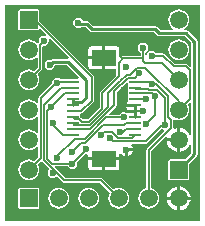
<source format=gbl>
%FSLAX25Y25*%
%MOIN*%
G70*
G01*
G75*
%ADD11C,0.00500*%
%ADD12C,0.01000*%
%ADD13R,0.05905X0.05905*%
%ADD14C,0.05905*%
%ADD15R,0.05905X0.05905*%
%ADD16C,0.02362*%
%ADD17R,0.08268X0.05512*%
%ADD18R,0.03937X0.00984*%
G36*
X660652Y162048D02*
X595548Y162048D01*
Y233852D01*
X660652Y233852D01*
Y162048D01*
D02*
G37*
%LPC*%
G36*
X623500Y172983D02*
X622599Y172864D01*
X621759Y172516D01*
X621037Y171962D01*
X620484Y171241D01*
X620136Y170401D01*
X620017Y169500D01*
X620136Y168599D01*
X620484Y167759D01*
X621037Y167037D01*
X621759Y166484D01*
X622599Y166136D01*
X623500Y166017D01*
X624401Y166136D01*
X625241Y166484D01*
X625962Y167037D01*
X626516Y167759D01*
X626864Y168599D01*
X626982Y169500D01*
X626864Y170401D01*
X626516Y171241D01*
X625962Y171962D01*
X625241Y172516D01*
X624401Y172864D01*
X623500Y172983D01*
D02*
G37*
G36*
X653000Y173421D02*
X652468Y173351D01*
X651507Y172953D01*
X650681Y172319D01*
X650047Y171493D01*
X649649Y170532D01*
X649579Y170000D01*
X653000D01*
Y173421D01*
D02*
G37*
G36*
X654000D02*
Y170000D01*
X657421D01*
X657351Y170532D01*
X656953Y171493D01*
X656319Y172319D01*
X655493Y172953D01*
X654532Y173351D01*
X654000Y173421D01*
D02*
G37*
G36*
X613500Y172983D02*
X612599Y172864D01*
X611759Y172516D01*
X611037Y171962D01*
X610484Y171241D01*
X610136Y170401D01*
X610017Y169500D01*
X610136Y168599D01*
X610484Y167759D01*
X611037Y167037D01*
X611759Y166484D01*
X612599Y166136D01*
X613500Y166017D01*
X614401Y166136D01*
X615241Y166484D01*
X615963Y167037D01*
X616516Y167759D01*
X616864Y168599D01*
X616983Y169500D01*
X616864Y170401D01*
X616516Y171241D01*
X615963Y171962D01*
X615241Y172516D01*
X614401Y172864D01*
X613500Y172983D01*
D02*
G37*
G36*
X653000Y169000D02*
X649579D01*
X649649Y168468D01*
X650047Y167507D01*
X650681Y166681D01*
X651507Y166047D01*
X652468Y165649D01*
X653000Y165579D01*
Y169000D01*
D02*
G37*
G36*
X657421D02*
X654000D01*
Y165579D01*
X654532Y165649D01*
X655493Y166047D01*
X656319Y166681D01*
X656953Y167507D01*
X657351Y168468D01*
X657421Y169000D01*
D02*
G37*
G36*
X606453Y172994D02*
X600547D01*
X600165Y172835D01*
X600006Y172453D01*
Y166547D01*
X600165Y166165D01*
X600547Y166006D01*
X606453D01*
X606835Y166165D01*
X606994Y166547D01*
Y172453D01*
X606835Y172835D01*
X606453Y172994D01*
D02*
G37*
G36*
X628067Y182158D02*
X623414D01*
Y179902D01*
X623491Y179511D01*
X623712Y179181D01*
X624043Y178960D01*
X624433Y178882D01*
X628067D01*
Y182158D01*
D02*
G37*
G36*
Y215874D02*
X623414D01*
Y213618D01*
X623491Y213228D01*
X623712Y212897D01*
X624043Y212676D01*
X624433Y212598D01*
X628067D01*
Y215874D01*
D02*
G37*
G36*
X653500Y222482D02*
X652599Y222364D01*
X651759Y222016D01*
X651038Y221462D01*
X650484Y220741D01*
X650136Y219901D01*
X650017Y219000D01*
X650136Y218099D01*
X650484Y217259D01*
X651038Y216537D01*
X651759Y215984D01*
X652599Y215636D01*
X653500Y215517D01*
X654401Y215636D01*
X655241Y215984D01*
X655963Y216537D01*
X656516Y217259D01*
X656864Y218099D01*
X656983Y219000D01*
X656864Y219901D01*
X656516Y220741D01*
X655963Y221462D01*
X655241Y222016D01*
X654401Y222364D01*
X653500Y222482D01*
D02*
G37*
G36*
X628067Y220149D02*
X624433D01*
X624043Y220072D01*
X623712Y219851D01*
X623491Y219520D01*
X623414Y219130D01*
Y216874D01*
X628067D01*
Y220149D01*
D02*
G37*
G36*
X606453Y232494D02*
X600547D01*
X600165Y232335D01*
X600006Y231953D01*
Y226047D01*
X600165Y225665D01*
X600547Y225506D01*
X606453D01*
X606835Y225665D01*
X606897Y225814D01*
X607456Y225963D01*
X609299Y224119D01*
X609151Y223613D01*
X609121Y223590D01*
X608500Y223714D01*
X607844Y223584D01*
X607288Y223212D01*
X606916Y222656D01*
X606786Y222000D01*
X606863Y221612D01*
X606560Y221335D01*
X606025Y221381D01*
X605963Y221462D01*
X605241Y222016D01*
X604401Y222364D01*
X603500Y222482D01*
X602599Y222364D01*
X601759Y222016D01*
X601038Y221462D01*
X600484Y220741D01*
X600136Y219901D01*
X600017Y219000D01*
X600136Y218099D01*
X600484Y217259D01*
X601038Y216537D01*
X601759Y215984D01*
X602599Y215636D01*
X603500Y215517D01*
X604401Y215636D01*
X605241Y215984D01*
X605938Y216519D01*
X606111Y216491D01*
X606438Y216379D01*
Y213019D01*
X605351Y211932D01*
X605241Y212016D01*
X604401Y212364D01*
X603500Y212483D01*
X602599Y212364D01*
X601759Y212016D01*
X601038Y211462D01*
X600484Y210741D01*
X600136Y209901D01*
X600017Y209000D01*
X600136Y208099D01*
X600484Y207259D01*
X601038Y206538D01*
X601759Y205984D01*
X602599Y205636D01*
X603500Y205518D01*
X604401Y205636D01*
X605241Y205984D01*
X605963Y206538D01*
X606516Y207259D01*
X606864Y208099D01*
X606983Y209000D01*
X606864Y209901D01*
X606516Y210741D01*
X606432Y210851D01*
X607744Y212162D01*
X607909Y212410D01*
X607968Y212703D01*
Y219882D01*
X608467Y220292D01*
X608500Y220286D01*
X609156Y220416D01*
X609712Y220788D01*
X610084Y221344D01*
X610214Y222000D01*
X610090Y222621D01*
X610113Y222651D01*
X610619Y222799D01*
X616986Y216433D01*
X616740Y215972D01*
X616500Y216020D01*
X611500D01*
X611110Y215942D01*
X610779Y215721D01*
X610727Y215669D01*
X610500Y215714D01*
X609844Y215584D01*
X609288Y215212D01*
X608916Y214656D01*
X608786Y214000D01*
X608916Y213344D01*
X609288Y212788D01*
X609844Y212416D01*
X610500Y212286D01*
X611156Y212416D01*
X611712Y212788D01*
X612084Y213344D01*
X612210Y213980D01*
X616078D01*
X620185Y209873D01*
X619944Y209407D01*
X616165D01*
X615783Y209249D01*
X615737Y209139D01*
X614261D01*
X614212Y209212D01*
X613656Y209584D01*
X613000Y209714D01*
X612344Y209584D01*
X611788Y209212D01*
X611416Y208656D01*
X611286Y208000D01*
X611308Y207889D01*
X606959Y203541D01*
X606793Y203293D01*
X606735Y203000D01*
Y201277D01*
X606235Y201107D01*
X605963Y201463D01*
X605241Y202016D01*
X604401Y202364D01*
X603500Y202483D01*
X602599Y202364D01*
X601759Y202016D01*
X601038Y201463D01*
X600484Y200741D01*
X600136Y199901D01*
X600017Y199000D01*
X600136Y198099D01*
X600484Y197259D01*
X601038Y196537D01*
X601759Y195984D01*
X602599Y195636D01*
X603500Y195518D01*
X604401Y195636D01*
X605241Y195984D01*
X605963Y196537D01*
X606235Y196893D01*
X606735Y196723D01*
Y191277D01*
X606235Y191107D01*
X605963Y191463D01*
X605241Y192016D01*
X604401Y192364D01*
X603500Y192482D01*
X602599Y192364D01*
X601759Y192016D01*
X601038Y191463D01*
X600484Y190741D01*
X600136Y189901D01*
X600017Y189000D01*
X600136Y188099D01*
X600484Y187259D01*
X601038Y186538D01*
X601759Y185984D01*
X602599Y185636D01*
X603500Y185518D01*
X604401Y185636D01*
X605241Y185984D01*
X605963Y186538D01*
X606235Y186893D01*
X606735Y186723D01*
Y183317D01*
X605351Y181932D01*
X605241Y182016D01*
X604401Y182364D01*
X603500Y182483D01*
X602599Y182364D01*
X601759Y182016D01*
X601038Y181463D01*
X600484Y180741D01*
X600136Y179901D01*
X600017Y179000D01*
X600136Y178099D01*
X600484Y177259D01*
X601038Y176538D01*
X601759Y175984D01*
X602599Y175636D01*
X603500Y175517D01*
X604401Y175636D01*
X605241Y175984D01*
X605963Y176538D01*
X606516Y177259D01*
X606864Y178099D01*
X606983Y179000D01*
X606864Y179901D01*
X606516Y180741D01*
X606432Y180851D01*
X607422Y181840D01*
X608028Y181745D01*
X608031Y181742D01*
X610313Y179461D01*
X610288Y179212D01*
X609916Y178656D01*
X609786Y178000D01*
X609916Y177344D01*
X610288Y176788D01*
X610844Y176416D01*
X611500Y176286D01*
X612156Y176416D01*
X612712Y176788D01*
X612961Y176813D01*
X614814Y174959D01*
X614814Y174959D01*
X615062Y174794D01*
X615355Y174735D01*
X615355Y174735D01*
X627183D01*
X630568Y171351D01*
X630484Y171241D01*
X630136Y170401D01*
X630018Y169500D01*
X630136Y168599D01*
X630484Y167759D01*
X631038Y167037D01*
X631759Y166484D01*
X632599Y166136D01*
X633500Y166017D01*
X634401Y166136D01*
X635241Y166484D01*
X635962Y167037D01*
X636516Y167759D01*
X636864Y168599D01*
X636982Y169500D01*
X636864Y170401D01*
X636516Y171241D01*
X635962Y171962D01*
X635241Y172516D01*
X634401Y172864D01*
X633500Y172983D01*
X632599Y172864D01*
X631759Y172516D01*
X631649Y172432D01*
X628041Y176041D01*
X627793Y176207D01*
X627500Y176265D01*
X615672D01*
X612163Y179773D01*
X612354Y180235D01*
X616489D01*
X616788Y179788D01*
X617344Y179416D01*
X618000Y179286D01*
X618656Y179416D01*
X619212Y179788D01*
X619584Y180344D01*
X619714Y181000D01*
X619609Y181528D01*
X622389Y184308D01*
X622500Y184286D01*
X622914Y184368D01*
X623414Y184033D01*
Y183158D01*
X628567D01*
X633720D01*
Y184358D01*
X634220Y184509D01*
X634348Y184318D01*
X634419Y184247D01*
X634475Y184164D01*
X634558Y184108D01*
X634629Y184037D01*
X635020Y183776D01*
X635113Y183738D01*
X635196Y183682D01*
X635295Y183662D01*
X635388Y183624D01*
X635547Y183592D01*
Y185736D01*
X636047D01*
Y186236D01*
X638192D01*
X638160Y186396D01*
X638121Y186489D01*
X638102Y186587D01*
X638046Y186671D01*
X638008Y186764D01*
X637746Y187154D01*
X637681Y187220D01*
X637681Y187244D01*
X637778Y187540D01*
X637901Y187720D01*
X642484D01*
X642777Y187778D01*
X643025Y187944D01*
X647837Y192755D01*
X648344Y192416D01*
X648581Y192369D01*
X648745Y191827D01*
X642959Y186041D01*
X642794Y185793D01*
X642735Y185500D01*
Y172882D01*
X642599Y172864D01*
X641759Y172516D01*
X641038Y171962D01*
X640484Y171241D01*
X640136Y170401D01*
X640018Y169500D01*
X640136Y168599D01*
X640484Y167759D01*
X641038Y167037D01*
X641759Y166484D01*
X642599Y166136D01*
X643500Y166017D01*
X644401Y166136D01*
X645241Y166484D01*
X645962Y167037D01*
X646516Y167759D01*
X646864Y168599D01*
X646982Y169500D01*
X646864Y170401D01*
X646516Y171241D01*
X645962Y171962D01*
X645241Y172516D01*
X644401Y172864D01*
X644265Y172882D01*
Y185183D01*
X649149Y190068D01*
X649623Y189834D01*
X649579Y189500D01*
X653000D01*
Y192921D01*
X652468Y192851D01*
X652165Y192725D01*
X651985Y192804D01*
X651696Y193072D01*
Y195469D01*
X651916Y195689D01*
X652156Y195820D01*
X652599Y195636D01*
X653500Y195518D01*
X654401Y195636D01*
X655241Y195984D01*
X655963Y196537D01*
X656516Y197259D01*
X656864Y198099D01*
X656983Y199000D01*
X656864Y199901D01*
X656516Y200741D01*
X656432Y200851D01*
X657268Y201687D01*
X657730Y201496D01*
Y190422D01*
X657230Y190323D01*
X656953Y190993D01*
X656319Y191819D01*
X655493Y192453D01*
X654532Y192851D01*
X654000Y192921D01*
Y189000D01*
Y185079D01*
X654532Y185149D01*
X655493Y185547D01*
X656319Y186181D01*
X656953Y187007D01*
X657230Y187677D01*
X657730Y187577D01*
Y184672D01*
X655552Y182494D01*
X650547D01*
X650165Y182335D01*
X650006Y181953D01*
Y176047D01*
X650165Y175665D01*
X650547Y175506D01*
X656453D01*
X656835Y175665D01*
X656994Y176047D01*
Y181052D01*
X659471Y183529D01*
X659692Y183860D01*
X659770Y184250D01*
Y221750D01*
X659692Y222140D01*
X659471Y222471D01*
X656721Y225221D01*
X656390Y225442D01*
X656000Y225520D01*
X655427D01*
X655289Y225864D01*
X655288Y226020D01*
X655963Y226537D01*
X656516Y227259D01*
X656864Y228099D01*
X656983Y229000D01*
X656864Y229901D01*
X656516Y230741D01*
X655963Y231463D01*
X655241Y232016D01*
X654401Y232364D01*
X653500Y232483D01*
X652599Y232364D01*
X651759Y232016D01*
X651038Y231463D01*
X650484Y230741D01*
X650136Y229901D01*
X650017Y229000D01*
X650136Y228099D01*
X650484Y227259D01*
X651038Y226537D01*
X651712Y226020D01*
X651711Y225864D01*
X651573Y225520D01*
X647422D01*
X646221Y226721D01*
X645890Y226942D01*
X645500Y227020D01*
X624922D01*
X623721Y228221D01*
X623390Y228442D01*
X623000Y228520D01*
X621611D01*
X621584Y228656D01*
X621212Y229212D01*
X620656Y229584D01*
X620000Y229714D01*
X619344Y229584D01*
X618788Y229212D01*
X618416Y228656D01*
X618286Y228000D01*
X618416Y227344D01*
X618788Y226788D01*
X619344Y226416D01*
X620000Y226286D01*
X620656Y226416D01*
X620752Y226480D01*
X622578D01*
X623779Y225279D01*
X624110Y225058D01*
X624500Y224980D01*
X645078D01*
X646279Y223779D01*
X646610Y223558D01*
X647000Y223480D01*
X655578D01*
X657730Y221328D01*
Y213504D01*
X657268Y213313D01*
X656541Y214041D01*
X656293Y214207D01*
X656000Y214265D01*
X652217D01*
X648941Y217541D01*
X648693Y217706D01*
X648400Y217765D01*
X646011D01*
X645712Y218212D01*
X645156Y218584D01*
X644500Y218714D01*
X643844Y218584D01*
X643288Y218212D01*
X642916Y217656D01*
X642834Y217243D01*
X642834Y217239D01*
X642714Y217251D01*
Y217251D01*
X642714Y217251D01*
X642334Y217540D01*
Y218058D01*
X642781Y218357D01*
X643153Y218913D01*
X643283Y219569D01*
X643153Y220225D01*
X642781Y220781D01*
X642225Y221152D01*
X641569Y221283D01*
X640913Y221152D01*
X640357Y220781D01*
X639985Y220225D01*
X639855Y219569D01*
X639985Y218913D01*
X640357Y218357D01*
X640804Y218058D01*
Y216865D01*
X635040D01*
X634747Y216807D01*
X634499Y216641D01*
X634182Y216324D01*
X633720Y216516D01*
Y219130D01*
X633643Y219520D01*
X633422Y219851D01*
X633091Y220072D01*
X632701Y220149D01*
X629067D01*
Y216374D01*
Y212598D01*
X632701D01*
X632735Y212570D01*
Y210417D01*
X627459Y205141D01*
X627293Y204893D01*
X627235Y204600D01*
Y199731D01*
X623338Y195834D01*
X621497D01*
X620954Y196377D01*
X620706Y196543D01*
X620644Y196555D01*
Y197055D01*
X620599Y197163D01*
X620569Y197293D01*
X620809Y197767D01*
X621032D01*
X621324Y197825D01*
X621572Y197991D01*
X625041Y201459D01*
X625207Y201707D01*
X625265Y202000D01*
Y210000D01*
X625265Y210000D01*
X625207Y210293D01*
X625041Y210541D01*
X606994Y228588D01*
Y231953D01*
X606835Y232335D01*
X606453Y232494D01*
D02*
G37*
G36*
X633720Y182158D02*
X629067D01*
Y178882D01*
X632701D01*
X633091Y178960D01*
X633422Y179181D01*
X633643Y179511D01*
X633720Y179902D01*
Y182158D01*
D02*
G37*
G36*
X638192Y185236D02*
X636547D01*
Y183592D01*
X636707Y183624D01*
X636800Y183662D01*
X636898Y183682D01*
X636982Y183738D01*
X637075Y183776D01*
X637465Y184037D01*
X637536Y184108D01*
X637620Y184164D01*
X637676Y184247D01*
X637746Y184318D01*
X638008Y184709D01*
X638046Y184802D01*
X638102Y184885D01*
X638121Y184984D01*
X638160Y185076D01*
X638192Y185236D01*
D02*
G37*
G36*
X653000Y188500D02*
X649579D01*
X649649Y187968D01*
X650047Y187007D01*
X650681Y186181D01*
X651507Y185547D01*
X652468Y185149D01*
X653000Y185079D01*
Y188500D01*
D02*
G37*
%LPD*%
G36*
X636513Y207827D02*
X636535Y207774D01*
X636624Y207390D01*
X636535Y207005D01*
X636490Y206898D01*
Y205913D01*
X636649Y205531D01*
X636649Y205312D01*
X636490Y204929D01*
Y203945D01*
X636535Y203837D01*
X636624Y203453D01*
X636535Y203068D01*
X636490Y202961D01*
Y201976D01*
X636537Y201864D01*
X636310Y201713D01*
X636090Y201382D01*
X636014Y201000D01*
X639000D01*
Y200000D01*
X636014D01*
X636090Y199618D01*
X636158Y199516D01*
X636090Y199414D01*
X636012Y199024D01*
Y198511D01*
X635998Y198483D01*
X635512Y198140D01*
X635138Y198214D01*
X634482Y198084D01*
X633926Y197712D01*
X633627Y197265D01*
X630499D01*
X630308Y197727D01*
X632541Y199959D01*
X632706Y200207D01*
X632765Y200500D01*
Y204814D01*
X634884Y206934D01*
X634969Y206990D01*
X636028Y208050D01*
X636513Y207827D01*
D02*
G37*
D11*
X633500Y214561D02*
X635040Y216100D01*
X633500Y210100D02*
Y214561D01*
X628000Y204600D02*
X633500Y210100D01*
X644500Y216687D02*
X644657Y216843D01*
X636099Y210616D02*
X637085D01*
X639500Y213031D01*
X634014Y208531D02*
X636099Y210616D01*
X633986Y208531D02*
X634014D01*
X639500Y213031D02*
X642297D01*
X634428Y207531D02*
X636513Y209616D01*
X638816D01*
X640300Y211100D01*
X642484Y188484D02*
X648000Y194000D01*
X631585Y188484D02*
X642484D01*
X630515Y189553D02*
X631585Y188484D01*
X633200Y189484D02*
Y189569D01*
X631269Y191500D02*
X633200Y189569D01*
X637827Y189484D02*
X639000Y190657D01*
X633200Y189484D02*
X637827D01*
X639000Y208374D02*
X644500D01*
X633900Y191600D02*
X634152D01*
X634500Y191252D01*
X629355Y196500D02*
X635138D01*
X629000Y197500D02*
X632000Y200500D01*
X628941Y197500D02*
X629000D01*
X622270Y189415D02*
X629355Y196500D01*
X624067Y192626D02*
X628941Y197500D01*
X634500Y191252D02*
X635874Y192626D01*
X639000D01*
X628500Y191500D02*
X631269D01*
X630485Y189553D02*
X630515D01*
X627500Y190500D02*
X628500Y191500D01*
X622200Y187931D02*
X628269Y194000D01*
X618134Y192626D02*
X624067D01*
X624069Y194069D02*
X630000Y200000D01*
X618659Y194069D02*
X624069D01*
X623655Y195069D02*
X628000Y199414D01*
X621181Y195069D02*
X623655D01*
X635040Y216100D02*
X641569D01*
Y219569D01*
Y215131D02*
Y216100D01*
X627500Y175500D02*
X633500Y169500D01*
X614405Y206405D02*
X618134D01*
X615437Y204437D02*
X618134D01*
Y198531D02*
X621032D01*
X642469Y202468D02*
X642500Y202500D01*
X639000Y202468D02*
X642469D01*
X644563Y204437D02*
X645500Y203500D01*
X639000Y204437D02*
X644563D01*
X639000Y206405D02*
X639337Y206069D01*
X607203Y220703D02*
X608500Y222000D01*
X603500Y209000D02*
X607203Y212703D01*
Y220703D01*
X614843Y190657D02*
X618134D01*
X612000Y193500D02*
X614843Y190657D01*
X608569Y200569D02*
X614405Y206405D01*
X611500Y194500D02*
Y195000D01*
X611000Y200000D02*
X615437Y204437D01*
X639337Y206069D02*
X643200D01*
X643700Y205569D01*
X646162D01*
X644500Y207500D02*
X646000D01*
X622500Y185500D02*
Y186000D01*
X620931Y187931D02*
X622200D01*
X618000Y185000D02*
X620931Y187931D01*
X609569Y198569D02*
X611000Y200000D01*
X603500Y179000D02*
X607500Y183000D01*
Y203000D01*
X609569Y182700D02*
Y198569D01*
X608569Y182286D02*
Y200569D01*
X615355Y175500D02*
X627500D01*
X609569Y182700D02*
X611269Y181000D01*
X618000D01*
X622500Y185500D01*
X613000Y183000D02*
Y183500D01*
X618915Y189415D01*
X621032Y198531D02*
X624500Y202000D01*
X603500Y229000D02*
X605500D01*
X624500Y202000D02*
Y210000D01*
X648000Y194000D02*
X649000D01*
X648797Y194203D02*
X649000Y194000D01*
X648797Y194203D02*
Y202934D01*
X646000Y207500D02*
X649797Y203703D01*
X646162Y205569D02*
X648797Y202934D01*
X643500Y185500D02*
X650931Y192931D01*
X649797Y196703D02*
Y203703D01*
Y196703D02*
X650931Y195569D01*
Y192931D02*
Y195569D01*
X656000Y213500D02*
X657203Y212297D01*
X605500Y229000D02*
X624500Y210000D01*
X618915Y189415D02*
X622270D01*
X618134Y196563D02*
X618860Y195837D01*
X620413D01*
X621181Y195069D01*
X618134Y194595D02*
X618659Y194069D01*
X643500Y169500D02*
Y185500D01*
X653500Y199000D02*
Y201828D01*
X657203Y202703D02*
Y212297D01*
X653500Y199000D02*
X657203Y202703D01*
X645500Y197200D02*
Y203500D01*
X628269Y194000D02*
X635369D01*
X635963Y194595D01*
X639000D01*
X642700Y194400D02*
X645500Y197200D01*
X644500Y216687D02*
Y217000D01*
X647900Y214600D02*
X653500Y209000D01*
X641569Y215131D02*
X642100Y214600D01*
X648400Y217000D02*
X651900Y213500D01*
X656000D01*
X644500Y217000D02*
X648400D01*
X642100Y214600D02*
X647900D01*
X642297Y213031D02*
X653500Y201828D01*
X628000Y199414D02*
Y204600D01*
X634400Y207531D02*
X634428D01*
X630000Y204545D02*
X633986Y208531D01*
X632000Y205131D02*
X634400Y207531D01*
X632000Y200500D02*
Y205131D01*
X630000Y200000D02*
Y204545D01*
X607500Y203000D02*
X612874Y208374D01*
X618134D01*
X608569Y182286D02*
X615355Y175500D01*
D12*
X636019Y198681D02*
X638850D01*
X635200Y199500D02*
X636019Y198681D01*
X638850D02*
X639000Y198531D01*
Y196563D02*
Y198531D01*
Y200500D01*
X620984Y201484D02*
X622500Y203000D01*
Y209000D01*
X616500Y215000D02*
X622500Y209000D01*
X611500Y215000D02*
X616500D01*
X610500Y214000D02*
X611500Y215000D01*
X618134Y200500D02*
Y201484D01*
Y202468D01*
X653500Y179000D02*
X658750Y184250D01*
Y221750D01*
X656000Y224500D02*
X658750Y221750D01*
X623000Y227500D02*
X624500Y226000D01*
X620500Y227500D02*
X623000D01*
X620000Y228000D02*
X620500Y227500D01*
X647000Y224500D02*
X656000D01*
X624500Y226000D02*
X645500D01*
X647000Y224500D01*
X635200Y199500D02*
Y205600D01*
X618134Y201484D02*
X620984D01*
D13*
X653500Y179000D02*
D03*
X603500Y229000D02*
D03*
D14*
X653500Y189000D02*
D03*
Y199000D02*
D03*
Y209000D02*
D03*
Y219000D02*
D03*
Y229000D02*
D03*
X603500Y219000D02*
D03*
Y209000D02*
D03*
Y199000D02*
D03*
Y189000D02*
D03*
Y179000D02*
D03*
X613500Y169500D02*
D03*
X623500D02*
D03*
X633500D02*
D03*
X643500D02*
D03*
X653500D02*
D03*
D15*
X603500D02*
D03*
D16*
X636047Y185736D02*
D03*
Y213295D02*
D03*
X633900Y191600D02*
D03*
X635138Y196500D02*
D03*
X630485Y189553D02*
D03*
X627500Y190500D02*
D03*
X642500Y202500D02*
D03*
X645500Y203500D02*
D03*
X618000Y185000D02*
D03*
X613000Y208000D02*
D03*
X608500Y222000D02*
D03*
X641569Y219569D02*
D03*
X611500Y194500D02*
D03*
X611000Y200000D02*
D03*
X644500Y207500D02*
D03*
X622500Y186000D02*
D03*
X611500Y178000D02*
D03*
X618000Y181000D02*
D03*
X613000Y183000D02*
D03*
X610500Y214000D02*
D03*
X641000Y223000D02*
D03*
X615500Y227500D02*
D03*
X649000Y194000D02*
D03*
X620000Y228000D02*
D03*
X641500Y198500D02*
D03*
X622600Y197000D02*
D03*
X642700Y194400D02*
D03*
X644500Y217000D02*
D03*
X640300Y211100D02*
D03*
X635200Y205600D02*
D03*
D17*
X628567Y182658D02*
D03*
Y216374D02*
D03*
D18*
X639000Y208374D02*
D03*
Y206405D02*
D03*
Y204437D02*
D03*
Y202468D02*
D03*
Y200500D02*
D03*
Y198531D02*
D03*
Y196563D02*
D03*
Y194595D02*
D03*
Y192626D02*
D03*
Y190657D02*
D03*
X618134D02*
D03*
Y192626D02*
D03*
Y194595D02*
D03*
Y196563D02*
D03*
Y198531D02*
D03*
Y200500D02*
D03*
Y202468D02*
D03*
Y204437D02*
D03*
Y206405D02*
D03*
Y208374D02*
D03*
M02*

</source>
